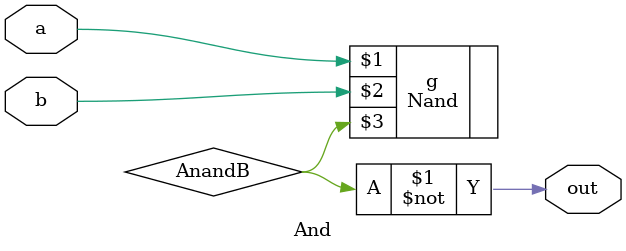
<source format=v>

module And(input a, b, output out);
  Nand g(a, b, AnandB);
  not p(out,AnandB);
endmodule


</source>
